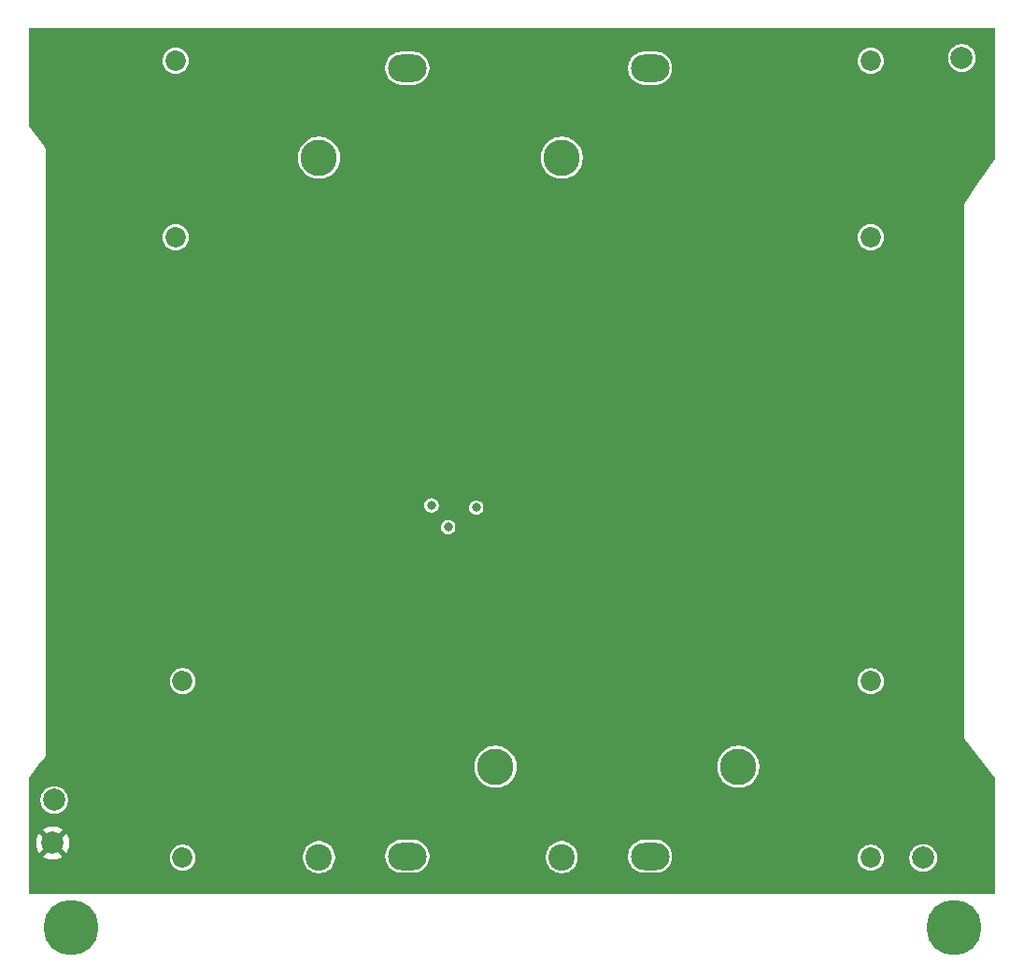
<source format=gbr>
%TF.GenerationSoftware,KiCad,Pcbnew,9.0.0*%
%TF.CreationDate,2025-03-28T16:48:43-07:00*%
%TF.ProjectId,battery_pack_v1,62617474-6572-4795-9f70-61636b5f7631,rev?*%
%TF.SameCoordinates,Original*%
%TF.FileFunction,Copper,L2,Inr*%
%TF.FilePolarity,Positive*%
%FSLAX46Y46*%
G04 Gerber Fmt 4.6, Leading zero omitted, Abs format (unit mm)*
G04 Created by KiCad (PCBNEW 9.0.0) date 2025-03-28 16:48:43*
%MOMM*%
%LPD*%
G01*
G04 APERTURE LIST*
%TA.AperFunction,ComponentPad*%
%ADD10C,5.000000*%
%TD*%
%TA.AperFunction,ComponentPad*%
%ADD11C,1.850000*%
%TD*%
%TA.AperFunction,ComponentPad*%
%ADD12C,2.000000*%
%TD*%
%TA.AperFunction,ComponentPad*%
%ADD13C,3.300000*%
%TD*%
%TA.AperFunction,ComponentPad*%
%ADD14C,2.400000*%
%TD*%
%TA.AperFunction,ComponentPad*%
%ADD15O,3.500000X2.500000*%
%TD*%
%TA.AperFunction,ViaPad*%
%ADD16C,0.800000*%
%TD*%
G04 APERTURE END LIST*
D10*
%TO.N,Chassis Ground*%
%TO.C,*%
X194500000Y-131530000D03*
%TD*%
D11*
%TO.N,*%
%TO.C,J4*%
X187000000Y-53000000D03*
X187000000Y-69000000D03*
%TD*%
D12*
%TO.N,B-*%
%TO.C,TP2*%
X113000000Y-120000000D03*
%TD*%
D11*
%TO.N,*%
%TO.C,J3*%
X124000000Y-53000000D03*
X124000000Y-69000000D03*
%TD*%
D12*
%TO.N,PACK+*%
%TO.C,TP5*%
X195250000Y-52750000D03*
%TD*%
D13*
%TO.N,*%
%TO.C,BT1*%
X137000000Y-61790000D03*
X153000000Y-116990000D03*
D14*
X137000000Y-125190000D03*
D15*
%TO.N,BM*%
X145000000Y-53670000D03*
%TO.N,B-*%
X145000000Y-125110000D03*
%TD*%
D13*
%TO.N,*%
%TO.C,BT2*%
X159000000Y-61790000D03*
X175000000Y-116990000D03*
D14*
X159000000Y-125190000D03*
D15*
%TO.N,PACK+*%
X167000000Y-53670000D03*
%TO.N,BM*%
X167000000Y-125110000D03*
%TD*%
D11*
%TO.N,*%
%TO.C,J2*%
X124641287Y-125250000D03*
X124641287Y-109250000D03*
%TD*%
D10*
%TO.N,Chassis Ground*%
%TO.C,*%
X114500000Y-131530000D03*
%TD*%
D12*
%TO.N,PACK-*%
%TO.C,TP4*%
X112860000Y-123900000D03*
%TD*%
%TO.N,BM*%
%TO.C,TP3*%
X191750000Y-125250000D03*
%TD*%
D11*
%TO.N,*%
%TO.C,J5*%
X187000000Y-125250000D03*
X187000000Y-109250000D03*
%TD*%
D16*
%TO.N,PACK-*%
X158000000Y-80700000D03*
X153600000Y-80400000D03*
X158200000Y-78200000D03*
X153800000Y-78300000D03*
X153600000Y-73900000D03*
X158200000Y-73700000D03*
X158100000Y-69300000D03*
X153600000Y-69100000D03*
X151200000Y-63700000D03*
X154600000Y-59800000D03*
X151070035Y-56949400D03*
X147000000Y-60000000D03*
X140200000Y-55800000D03*
X134600000Y-55900000D03*
X133300000Y-51300000D03*
X139800000Y-51400000D03*
X127720653Y-52632708D03*
X130100000Y-58800000D03*
X121900000Y-58800000D03*
X126700000Y-63900000D03*
X121400000Y-63700000D03*
X144600000Y-115200000D03*
X147500000Y-107900000D03*
X141800000Y-118900000D03*
X140000000Y-122400000D03*
X137000000Y-115500000D03*
X134800000Y-120000000D03*
X129800000Y-111500000D03*
X131300000Y-123000000D03*
X120200000Y-123300000D03*
X120700000Y-109400000D03*
X118300000Y-116900000D03*
X127300000Y-115600000D03*
X182700000Y-108700000D03*
X190900000Y-108600000D03*
X179000000Y-121700000D03*
X182900000Y-125000000D03*
X160800000Y-115900000D03*
X175132930Y-122786059D03*
X175000000Y-127200000D03*
X159200000Y-120700000D03*
X147800000Y-118000000D03*
X144500000Y-118000000D03*
X165500000Y-63400000D03*
X169300000Y-64000000D03*
X163700000Y-71500000D03*
X163800000Y-73400000D03*
X163700000Y-75200000D03*
X163700000Y-77600000D03*
X163700000Y-81700000D03*
X163700000Y-80200000D03*
X169600000Y-71700000D03*
X169300000Y-73500000D03*
X169700000Y-75900000D03*
X169500000Y-77600000D03*
X169300000Y-79500000D03*
X169400000Y-81600000D03*
X168300000Y-83100000D03*
X158700000Y-99000000D03*
X161300000Y-96400000D03*
X160100000Y-97800000D03*
X144500000Y-100700000D03*
X144500000Y-99600000D03*
X144500000Y-96700000D03*
X144500000Y-97700000D03*
X144500000Y-98600000D03*
X147900000Y-99400000D03*
X150200000Y-100000000D03*
X153200000Y-100100000D03*
X153300000Y-98200000D03*
X154400000Y-94250000D03*
X159925506Y-82625506D03*
X159375506Y-83175506D03*
X158725506Y-83825506D03*
X158075506Y-84475506D03*
%TO.N,/VDD*%
X147190097Y-93301507D03*
X148705560Y-95268460D03*
%TO.N,BM*%
X151250000Y-93500000D03*
%TD*%
%TA.AperFunction,Conductor*%
%TO.N,PACK-*%
G36*
X198241621Y-50020002D02*
G01*
X198288114Y-50073658D01*
X198299500Y-50126000D01*
X198299500Y-61837863D01*
X198279498Y-61905984D01*
X198275284Y-61912133D01*
X196868071Y-63840650D01*
X196868070Y-63840651D01*
X196858239Y-63854122D01*
X196853627Y-63857291D01*
X196834867Y-63886150D01*
X196832846Y-63888921D01*
X196832841Y-63888930D01*
X196814524Y-63914034D01*
X196812784Y-63917788D01*
X196804116Y-63933459D01*
X195550557Y-65862011D01*
X195550558Y-65862012D01*
X195543355Y-65873094D01*
X195530024Y-65886426D01*
X195521827Y-65906213D01*
X195515505Y-65915940D01*
X195515505Y-65915941D01*
X195510157Y-65924169D01*
X195510156Y-65924171D01*
X195509127Y-65929711D01*
X195501660Y-65954902D01*
X195499500Y-65960115D01*
X195499500Y-65969929D01*
X195497380Y-65992943D01*
X195495587Y-66002589D01*
X195495587Y-66002591D01*
X195496756Y-66008097D01*
X195499500Y-66034248D01*
X195499500Y-114387514D01*
X195496101Y-114414705D01*
X195499500Y-114427065D01*
X195499500Y-114439885D01*
X195506983Y-114457951D01*
X195512061Y-114472750D01*
X195517248Y-114491609D01*
X195517249Y-114491611D01*
X195517250Y-114491614D01*
X195517251Y-114491615D01*
X195521299Y-114499690D01*
X195525021Y-114506089D01*
X195530022Y-114513573D01*
X195543848Y-114527398D01*
X195554212Y-114539136D01*
X198271841Y-118033232D01*
X198272958Y-118034667D01*
X198298992Y-118100719D01*
X198299500Y-118112024D01*
X198299500Y-128374000D01*
X198279498Y-128442121D01*
X198225842Y-128488614D01*
X198173500Y-128500000D01*
X110826500Y-128500000D01*
X110758379Y-128479998D01*
X110711886Y-128426342D01*
X110700500Y-128374000D01*
X110700500Y-123781321D01*
X111352000Y-123781321D01*
X111352000Y-124018678D01*
X111389133Y-124253129D01*
X111462480Y-124478867D01*
X111570246Y-124690368D01*
X111629230Y-124771556D01*
X111629232Y-124771556D01*
X112375841Y-124024946D01*
X112394075Y-124092993D01*
X112459901Y-124207007D01*
X112552993Y-124300099D01*
X112667007Y-124365925D01*
X112735051Y-124384157D01*
X111988442Y-125130766D01*
X112069636Y-125189756D01*
X112069637Y-125189757D01*
X112281132Y-125297519D01*
X112506870Y-125370866D01*
X112741321Y-125408000D01*
X112978679Y-125408000D01*
X113213129Y-125370866D01*
X113438867Y-125297519D01*
X113650367Y-125189754D01*
X113695214Y-125157171D01*
X123461787Y-125157171D01*
X123461787Y-125342829D01*
X123490830Y-125526200D01*
X123490831Y-125526203D01*
X123548202Y-125702772D01*
X123632488Y-125868193D01*
X123741616Y-126018395D01*
X123872891Y-126149670D01*
X123872894Y-126149672D01*
X124023094Y-126258799D01*
X124188516Y-126343085D01*
X124365087Y-126400457D01*
X124548458Y-126429500D01*
X124548461Y-126429500D01*
X124734113Y-126429500D01*
X124734116Y-126429500D01*
X124917487Y-126400457D01*
X125094058Y-126343085D01*
X125259480Y-126258799D01*
X125409680Y-126149672D01*
X125540959Y-126018393D01*
X125650086Y-125868193D01*
X125734372Y-125702771D01*
X125791744Y-125526200D01*
X125820787Y-125342829D01*
X125820787Y-125157171D01*
X125807856Y-125075528D01*
X135545500Y-125075528D01*
X135545500Y-125304472D01*
X135581314Y-125530596D01*
X135581315Y-125530599D01*
X135637257Y-125702771D01*
X135652062Y-125748334D01*
X135756000Y-125952324D01*
X135890569Y-126137543D01*
X135890571Y-126137545D01*
X135890573Y-126137548D01*
X136052451Y-126299426D01*
X136052454Y-126299428D01*
X136052457Y-126299431D01*
X136237676Y-126434000D01*
X136441666Y-126537938D01*
X136659404Y-126608686D01*
X136885528Y-126644500D01*
X136885531Y-126644500D01*
X137114469Y-126644500D01*
X137114472Y-126644500D01*
X137340596Y-126608686D01*
X137558334Y-126537938D01*
X137762324Y-126434000D01*
X137947543Y-126299431D01*
X138109431Y-126137543D01*
X138244000Y-125952324D01*
X138347938Y-125748334D01*
X138418686Y-125530596D01*
X138454500Y-125304472D01*
X138454500Y-125075528D01*
X138441206Y-124991593D01*
X142995500Y-124991593D01*
X142995500Y-125228407D01*
X143023945Y-125408000D01*
X143032547Y-125462310D01*
X143105723Y-125687522D01*
X143105725Y-125687527D01*
X143128162Y-125731562D01*
X143213238Y-125898533D01*
X143352433Y-126090118D01*
X143519881Y-126257566D01*
X143519884Y-126257568D01*
X143711470Y-126396764D01*
X143922473Y-126504275D01*
X144147695Y-126577454D01*
X144381593Y-126614500D01*
X144381596Y-126614500D01*
X145618404Y-126614500D01*
X145618407Y-126614500D01*
X145852305Y-126577454D01*
X146077527Y-126504275D01*
X146288530Y-126396764D01*
X146480116Y-126257568D01*
X146647568Y-126090116D01*
X146786764Y-125898530D01*
X146894275Y-125687527D01*
X146967454Y-125462305D01*
X147004500Y-125228407D01*
X147004500Y-125075528D01*
X157545500Y-125075528D01*
X157545500Y-125304472D01*
X157581314Y-125530596D01*
X157581315Y-125530599D01*
X157637257Y-125702771D01*
X157652062Y-125748334D01*
X157756000Y-125952324D01*
X157890569Y-126137543D01*
X157890571Y-126137545D01*
X157890573Y-126137548D01*
X158052451Y-126299426D01*
X158052454Y-126299428D01*
X158052457Y-126299431D01*
X158237676Y-126434000D01*
X158441666Y-126537938D01*
X158659404Y-126608686D01*
X158885528Y-126644500D01*
X158885531Y-126644500D01*
X159114469Y-126644500D01*
X159114472Y-126644500D01*
X159340596Y-126608686D01*
X159558334Y-126537938D01*
X159762324Y-126434000D01*
X159947543Y-126299431D01*
X160109431Y-126137543D01*
X160244000Y-125952324D01*
X160347938Y-125748334D01*
X160418686Y-125530596D01*
X160454500Y-125304472D01*
X160454500Y-125075528D01*
X160441206Y-124991593D01*
X164995500Y-124991593D01*
X164995500Y-125228407D01*
X165023945Y-125408000D01*
X165032547Y-125462310D01*
X165105723Y-125687522D01*
X165105725Y-125687527D01*
X165128162Y-125731562D01*
X165213238Y-125898533D01*
X165352433Y-126090118D01*
X165519881Y-126257566D01*
X165519884Y-126257568D01*
X165711470Y-126396764D01*
X165922473Y-126504275D01*
X166147695Y-126577454D01*
X166381593Y-126614500D01*
X166381596Y-126614500D01*
X167618404Y-126614500D01*
X167618407Y-126614500D01*
X167852305Y-126577454D01*
X168077527Y-126504275D01*
X168288530Y-126396764D01*
X168480116Y-126257568D01*
X168647568Y-126090116D01*
X168786764Y-125898530D01*
X168894275Y-125687527D01*
X168967454Y-125462305D01*
X169004500Y-125228407D01*
X169004500Y-125157171D01*
X185820500Y-125157171D01*
X185820500Y-125342829D01*
X185849543Y-125526200D01*
X185849544Y-125526203D01*
X185906915Y-125702772D01*
X185991201Y-125868193D01*
X186100329Y-126018395D01*
X186231604Y-126149670D01*
X186231607Y-126149672D01*
X186381807Y-126258799D01*
X186547229Y-126343085D01*
X186723800Y-126400457D01*
X186907171Y-126429500D01*
X186907174Y-126429500D01*
X187092826Y-126429500D01*
X187092829Y-126429500D01*
X187276200Y-126400457D01*
X187452771Y-126343085D01*
X187618193Y-126258799D01*
X187768393Y-126149672D01*
X187899672Y-126018393D01*
X188008799Y-125868193D01*
X188093085Y-125702771D01*
X188150457Y-125526200D01*
X188179500Y-125342829D01*
X188179500Y-125157171D01*
X188178565Y-125151269D01*
X190495500Y-125151269D01*
X190495500Y-125348731D01*
X190523609Y-125526203D01*
X190526391Y-125543768D01*
X190578055Y-125702772D01*
X190587409Y-125731561D01*
X190677056Y-125907501D01*
X190793121Y-126067252D01*
X190793123Y-126067254D01*
X190793125Y-126067257D01*
X190932742Y-126206874D01*
X190932745Y-126206876D01*
X190932748Y-126206879D01*
X191092499Y-126322944D01*
X191268439Y-126412591D01*
X191456237Y-126473610D01*
X191651269Y-126504500D01*
X191651272Y-126504500D01*
X191848728Y-126504500D01*
X191848731Y-126504500D01*
X192043763Y-126473610D01*
X192231561Y-126412591D01*
X192407501Y-126322944D01*
X192567252Y-126206879D01*
X192706879Y-126067252D01*
X192822944Y-125907501D01*
X192912591Y-125731561D01*
X192973610Y-125543763D01*
X193004500Y-125348731D01*
X193004500Y-125151269D01*
X192973610Y-124956237D01*
X192912591Y-124768439D01*
X192822944Y-124592499D01*
X192706879Y-124432748D01*
X192706876Y-124432745D01*
X192706874Y-124432742D01*
X192567257Y-124293125D01*
X192567254Y-124293123D01*
X192567252Y-124293121D01*
X192407501Y-124177056D01*
X192231561Y-124087409D01*
X192231558Y-124087408D01*
X192231556Y-124087407D01*
X192043768Y-124026391D01*
X192043764Y-124026390D01*
X192043763Y-124026390D01*
X191848731Y-123995500D01*
X191651269Y-123995500D01*
X191456237Y-124026390D01*
X191456231Y-124026391D01*
X191268443Y-124087407D01*
X191268437Y-124087410D01*
X191092495Y-124177058D01*
X190932745Y-124293123D01*
X190932742Y-124293125D01*
X190793125Y-124432742D01*
X190793123Y-124432745D01*
X190677058Y-124592495D01*
X190587410Y-124768437D01*
X190587407Y-124768443D01*
X190526391Y-124956231D01*
X190526390Y-124956236D01*
X190526390Y-124956237D01*
X190495500Y-125151269D01*
X188178565Y-125151269D01*
X188150457Y-124973800D01*
X188093085Y-124797229D01*
X188008799Y-124631807D01*
X187899672Y-124481607D01*
X187899670Y-124481604D01*
X187768395Y-124350329D01*
X187618193Y-124241201D01*
X187452772Y-124156915D01*
X187276203Y-124099544D01*
X187276200Y-124099543D01*
X187092829Y-124070500D01*
X186907171Y-124070500D01*
X186723800Y-124099543D01*
X186723797Y-124099543D01*
X186723796Y-124099544D01*
X186547227Y-124156915D01*
X186381806Y-124241201D01*
X186231604Y-124350329D01*
X186100329Y-124481604D01*
X185991201Y-124631806D01*
X185906915Y-124797227D01*
X185849544Y-124973796D01*
X185849543Y-124973800D01*
X185820500Y-125157171D01*
X169004500Y-125157171D01*
X169004500Y-124991593D01*
X168967454Y-124757695D01*
X168894275Y-124532473D01*
X168786764Y-124321470D01*
X168647568Y-124129884D01*
X168647566Y-124129881D01*
X168480118Y-123962433D01*
X168288533Y-123823238D01*
X168288532Y-123823237D01*
X168288530Y-123823236D01*
X168077527Y-123715725D01*
X168077524Y-123715724D01*
X168077522Y-123715723D01*
X167852310Y-123642547D01*
X167852306Y-123642546D01*
X167852305Y-123642546D01*
X167618407Y-123605500D01*
X166381593Y-123605500D01*
X166147695Y-123642546D01*
X166147689Y-123642547D01*
X165922477Y-123715723D01*
X165922471Y-123715726D01*
X165711466Y-123823238D01*
X165519881Y-123962433D01*
X165352433Y-124129881D01*
X165213238Y-124321466D01*
X165105726Y-124532471D01*
X165105723Y-124532477D01*
X165032547Y-124757689D01*
X165032546Y-124757694D01*
X165032546Y-124757695D01*
X164995500Y-124991593D01*
X160441206Y-124991593D01*
X160418686Y-124849404D01*
X160347938Y-124631666D01*
X160244000Y-124427676D01*
X160109431Y-124242457D01*
X160109428Y-124242454D01*
X160109426Y-124242451D01*
X159947548Y-124080573D01*
X159947545Y-124080571D01*
X159947543Y-124080569D01*
X159762324Y-123946000D01*
X159558334Y-123842062D01*
X159558333Y-123842061D01*
X159558332Y-123842061D01*
X159340599Y-123771315D01*
X159340596Y-123771314D01*
X159114472Y-123735500D01*
X158885528Y-123735500D01*
X158659404Y-123771314D01*
X158659401Y-123771314D01*
X158659400Y-123771315D01*
X158441667Y-123842061D01*
X158237672Y-123946002D01*
X158052454Y-124080571D01*
X158052451Y-124080573D01*
X157890573Y-124242451D01*
X157890571Y-124242454D01*
X157756002Y-124427672D01*
X157652061Y-124631667D01*
X157581315Y-124849400D01*
X157581314Y-124849404D01*
X157545500Y-125075528D01*
X147004500Y-125075528D01*
X147004500Y-124991593D01*
X146967454Y-124757695D01*
X146894275Y-124532473D01*
X146786764Y-124321470D01*
X146647568Y-124129884D01*
X146647566Y-124129881D01*
X146480118Y-123962433D01*
X146288533Y-123823238D01*
X146288532Y-123823237D01*
X146288530Y-123823236D01*
X146077527Y-123715725D01*
X146077524Y-123715724D01*
X146077522Y-123715723D01*
X145852310Y-123642547D01*
X145852306Y-123642546D01*
X145852305Y-123642546D01*
X145618407Y-123605500D01*
X144381593Y-123605500D01*
X144147695Y-123642546D01*
X144147689Y-123642547D01*
X143922477Y-123715723D01*
X143922471Y-123715726D01*
X143711466Y-123823238D01*
X143519881Y-123962433D01*
X143352433Y-124129881D01*
X143213238Y-124321466D01*
X143105726Y-124532471D01*
X143105723Y-124532477D01*
X143032547Y-124757689D01*
X143032546Y-124757694D01*
X143032546Y-124757695D01*
X142995500Y-124991593D01*
X138441206Y-124991593D01*
X138418686Y-124849404D01*
X138347938Y-124631666D01*
X138244000Y-124427676D01*
X138109431Y-124242457D01*
X138109428Y-124242454D01*
X138109426Y-124242451D01*
X137947548Y-124080573D01*
X137947545Y-124080571D01*
X137947543Y-124080569D01*
X137762324Y-123946000D01*
X137558334Y-123842062D01*
X137558333Y-123842061D01*
X137558332Y-123842061D01*
X137340599Y-123771315D01*
X137340596Y-123771314D01*
X137114472Y-123735500D01*
X136885528Y-123735500D01*
X136659404Y-123771314D01*
X136659401Y-123771314D01*
X136659400Y-123771315D01*
X136441667Y-123842061D01*
X136237672Y-123946002D01*
X136052454Y-124080571D01*
X136052451Y-124080573D01*
X135890573Y-124242451D01*
X135890571Y-124242454D01*
X135756002Y-124427672D01*
X135652061Y-124631667D01*
X135581315Y-124849400D01*
X135581314Y-124849404D01*
X135545500Y-125075528D01*
X125807856Y-125075528D01*
X125791744Y-124973800D01*
X125734372Y-124797229D01*
X125650086Y-124631807D01*
X125540959Y-124481607D01*
X125540957Y-124481604D01*
X125409682Y-124350329D01*
X125259480Y-124241201D01*
X125094059Y-124156915D01*
X124917490Y-124099544D01*
X124917487Y-124099543D01*
X124734116Y-124070500D01*
X124548458Y-124070500D01*
X124365087Y-124099543D01*
X124365084Y-124099543D01*
X124365083Y-124099544D01*
X124188514Y-124156915D01*
X124023093Y-124241201D01*
X123872891Y-124350329D01*
X123741616Y-124481604D01*
X123632488Y-124631806D01*
X123548202Y-124797227D01*
X123490831Y-124973796D01*
X123490830Y-124973800D01*
X123461787Y-125157171D01*
X113695214Y-125157171D01*
X113731556Y-125130767D01*
X113731556Y-125130765D01*
X112984948Y-124384157D01*
X113052993Y-124365925D01*
X113167007Y-124300099D01*
X113260099Y-124207007D01*
X113325925Y-124092993D01*
X113344157Y-124024948D01*
X114090765Y-124771556D01*
X114090767Y-124771556D01*
X114149754Y-124690367D01*
X114257519Y-124478867D01*
X114330866Y-124253129D01*
X114368000Y-124018678D01*
X114368000Y-123781321D01*
X114330866Y-123546870D01*
X114257519Y-123321132D01*
X114149757Y-123109637D01*
X114149756Y-123109636D01*
X114090766Y-123028442D01*
X113344157Y-123775051D01*
X113325925Y-123707007D01*
X113260099Y-123592993D01*
X113167007Y-123499901D01*
X113052993Y-123434075D01*
X112984946Y-123415841D01*
X113731556Y-122669232D01*
X113731556Y-122669230D01*
X113650368Y-122610246D01*
X113438867Y-122502480D01*
X113213129Y-122429133D01*
X112978679Y-122392000D01*
X112741321Y-122392000D01*
X112506870Y-122429133D01*
X112281132Y-122502480D01*
X112069634Y-122610243D01*
X111988442Y-122669231D01*
X112735052Y-123415841D01*
X112667007Y-123434075D01*
X112552993Y-123499901D01*
X112459901Y-123592993D01*
X112394075Y-123707007D01*
X112375841Y-123775052D01*
X111629231Y-123028442D01*
X111570243Y-123109634D01*
X111462480Y-123321132D01*
X111389133Y-123546870D01*
X111352000Y-123781321D01*
X110700500Y-123781321D01*
X110700500Y-119901269D01*
X111745500Y-119901269D01*
X111745500Y-120098731D01*
X111776390Y-120293763D01*
X111776391Y-120293768D01*
X111837407Y-120481556D01*
X111837409Y-120481561D01*
X111927056Y-120657501D01*
X112043121Y-120817252D01*
X112043123Y-120817254D01*
X112043125Y-120817257D01*
X112182742Y-120956874D01*
X112182745Y-120956876D01*
X112182748Y-120956879D01*
X112342499Y-121072944D01*
X112518439Y-121162591D01*
X112706237Y-121223610D01*
X112901269Y-121254500D01*
X112901272Y-121254500D01*
X113098728Y-121254500D01*
X113098731Y-121254500D01*
X113293763Y-121223610D01*
X113481561Y-121162591D01*
X113657501Y-121072944D01*
X113817252Y-120956879D01*
X113956879Y-120817252D01*
X114072944Y-120657501D01*
X114162591Y-120481561D01*
X114223610Y-120293763D01*
X114254500Y-120098731D01*
X114254500Y-119901269D01*
X114223610Y-119706237D01*
X114162591Y-119518439D01*
X114072944Y-119342499D01*
X113956879Y-119182748D01*
X113956876Y-119182745D01*
X113956874Y-119182742D01*
X113817257Y-119043125D01*
X113817254Y-119043123D01*
X113817252Y-119043121D01*
X113657501Y-118927056D01*
X113481561Y-118837409D01*
X113481558Y-118837408D01*
X113481556Y-118837407D01*
X113293768Y-118776391D01*
X113293764Y-118776390D01*
X113293763Y-118776390D01*
X113098731Y-118745500D01*
X112901269Y-118745500D01*
X112706237Y-118776390D01*
X112706231Y-118776391D01*
X112518443Y-118837407D01*
X112518437Y-118837410D01*
X112342495Y-118927058D01*
X112182745Y-119043123D01*
X112182742Y-119043125D01*
X112043125Y-119182742D01*
X112043123Y-119182745D01*
X111927058Y-119342495D01*
X111837410Y-119518437D01*
X111837407Y-119518443D01*
X111776391Y-119706231D01*
X111776390Y-119706236D01*
X111776390Y-119706237D01*
X111745500Y-119901269D01*
X110700500Y-119901269D01*
X110700500Y-118108832D01*
X110720502Y-118040711D01*
X110725690Y-118033245D01*
X111601746Y-116865170D01*
X151095500Y-116865170D01*
X151095500Y-117114829D01*
X151128085Y-117362339D01*
X151128086Y-117362345D01*
X151128087Y-117362347D01*
X151192702Y-117603495D01*
X151288241Y-117834146D01*
X151288242Y-117834147D01*
X151288247Y-117834157D01*
X151413071Y-118050359D01*
X151565044Y-118248412D01*
X151565063Y-118248433D01*
X151741566Y-118424936D01*
X151741576Y-118424945D01*
X151741582Y-118424951D01*
X151741585Y-118424953D01*
X151741587Y-118424955D01*
X151939640Y-118576928D01*
X152126881Y-118685031D01*
X152155854Y-118701759D01*
X152386505Y-118797298D01*
X152627653Y-118861913D01*
X152627659Y-118861913D01*
X152627660Y-118861914D01*
X152656059Y-118865652D01*
X152875173Y-118894500D01*
X152875180Y-118894500D01*
X153124820Y-118894500D01*
X153124827Y-118894500D01*
X153372347Y-118861913D01*
X153613495Y-118797298D01*
X153844146Y-118701759D01*
X154060354Y-118576931D01*
X154060354Y-118576930D01*
X154060359Y-118576928D01*
X154175379Y-118488668D01*
X154258418Y-118424951D01*
X154434951Y-118248418D01*
X154539610Y-118112024D01*
X154586928Y-118050359D01*
X154608795Y-118012485D01*
X154711759Y-117834146D01*
X154807298Y-117603495D01*
X154871913Y-117362347D01*
X154904500Y-117114827D01*
X154904500Y-116865173D01*
X154904500Y-116865170D01*
X173095500Y-116865170D01*
X173095500Y-117114829D01*
X173128085Y-117362339D01*
X173128086Y-117362345D01*
X173128087Y-117362347D01*
X173192702Y-117603495D01*
X173288241Y-117834146D01*
X173288242Y-117834147D01*
X173288247Y-117834157D01*
X173413071Y-118050359D01*
X173565044Y-118248412D01*
X173565063Y-118248433D01*
X173741566Y-118424936D01*
X173741576Y-118424945D01*
X173741582Y-118424951D01*
X173741585Y-118424953D01*
X173741587Y-118424955D01*
X173939640Y-118576928D01*
X174126881Y-118685031D01*
X174155854Y-118701759D01*
X174386505Y-118797298D01*
X174627653Y-118861913D01*
X174627659Y-118861913D01*
X174627660Y-118861914D01*
X174656059Y-118865652D01*
X174875173Y-118894500D01*
X174875180Y-118894500D01*
X175124820Y-118894500D01*
X175124827Y-118894500D01*
X175372347Y-118861913D01*
X175613495Y-118797298D01*
X175844146Y-118701759D01*
X176060354Y-118576931D01*
X176060354Y-118576930D01*
X176060359Y-118576928D01*
X176175379Y-118488668D01*
X176258418Y-118424951D01*
X176434951Y-118248418D01*
X176539610Y-118112024D01*
X176586928Y-118050359D01*
X176608795Y-118012485D01*
X176711759Y-117834146D01*
X176807298Y-117603495D01*
X176871913Y-117362347D01*
X176904500Y-117114827D01*
X176904500Y-116865173D01*
X176871913Y-116617653D01*
X176807298Y-116376505D01*
X176711759Y-116145854D01*
X176619323Y-115985750D01*
X176586928Y-115929640D01*
X176434955Y-115731587D01*
X176434953Y-115731585D01*
X176434951Y-115731582D01*
X176434945Y-115731576D01*
X176434936Y-115731566D01*
X176258433Y-115555063D01*
X176258412Y-115555044D01*
X176060359Y-115403071D01*
X175844157Y-115278247D01*
X175844152Y-115278244D01*
X175844146Y-115278241D01*
X175613495Y-115182702D01*
X175372347Y-115118087D01*
X175372345Y-115118086D01*
X175372339Y-115118085D01*
X175124829Y-115085500D01*
X175124827Y-115085500D01*
X174875173Y-115085500D01*
X174875170Y-115085500D01*
X174627660Y-115118085D01*
X174386505Y-115182702D01*
X174155852Y-115278242D01*
X174155842Y-115278247D01*
X173939640Y-115403071D01*
X173741587Y-115555044D01*
X173741566Y-115555063D01*
X173565063Y-115731566D01*
X173565044Y-115731587D01*
X173413071Y-115929640D01*
X173288247Y-116145842D01*
X173288242Y-116145852D01*
X173192702Y-116376505D01*
X173128085Y-116617660D01*
X173095500Y-116865170D01*
X154904500Y-116865170D01*
X154871913Y-116617653D01*
X154807298Y-116376505D01*
X154711759Y-116145854D01*
X154619323Y-115985750D01*
X154586928Y-115929640D01*
X154434955Y-115731587D01*
X154434953Y-115731585D01*
X154434951Y-115731582D01*
X154434945Y-115731576D01*
X154434936Y-115731566D01*
X154258433Y-115555063D01*
X154258412Y-115555044D01*
X154060359Y-115403071D01*
X153844157Y-115278247D01*
X153844152Y-115278244D01*
X153844146Y-115278241D01*
X153613495Y-115182702D01*
X153372347Y-115118087D01*
X153372345Y-115118086D01*
X153372339Y-115118085D01*
X153124829Y-115085500D01*
X153124827Y-115085500D01*
X152875173Y-115085500D01*
X152875170Y-115085500D01*
X152627660Y-115118085D01*
X152386505Y-115182702D01*
X152155852Y-115278242D01*
X152155842Y-115278247D01*
X151939640Y-115403071D01*
X151741587Y-115555044D01*
X151741566Y-115555063D01*
X151565063Y-115731566D01*
X151565044Y-115731587D01*
X151413071Y-115929640D01*
X151288247Y-116145842D01*
X151288242Y-116145852D01*
X151192702Y-116376505D01*
X151128085Y-116617660D01*
X151095500Y-116865170D01*
X111601746Y-116865170D01*
X112151848Y-116131701D01*
X112169976Y-116113574D01*
X112175566Y-116100077D01*
X112184329Y-116088394D01*
X112188468Y-116072237D01*
X112194112Y-116055302D01*
X112200500Y-116039882D01*
X112200500Y-116025275D01*
X112204125Y-116011126D01*
X112200500Y-115985750D01*
X112200500Y-109157171D01*
X123461787Y-109157171D01*
X123461787Y-109342829D01*
X123490830Y-109526200D01*
X123490831Y-109526203D01*
X123548202Y-109702772D01*
X123632488Y-109868193D01*
X123741616Y-110018395D01*
X123872891Y-110149670D01*
X123872894Y-110149672D01*
X124023094Y-110258799D01*
X124188516Y-110343085D01*
X124365087Y-110400457D01*
X124548458Y-110429500D01*
X124548461Y-110429500D01*
X124734113Y-110429500D01*
X124734116Y-110429500D01*
X124917487Y-110400457D01*
X125094058Y-110343085D01*
X125259480Y-110258799D01*
X125409680Y-110149672D01*
X125540959Y-110018393D01*
X125650086Y-109868193D01*
X125734372Y-109702771D01*
X125791744Y-109526200D01*
X125820787Y-109342829D01*
X125820787Y-109157171D01*
X185820500Y-109157171D01*
X185820500Y-109342829D01*
X185849543Y-109526200D01*
X185849544Y-109526203D01*
X185906915Y-109702772D01*
X185991201Y-109868193D01*
X186100329Y-110018395D01*
X186231604Y-110149670D01*
X186231607Y-110149672D01*
X186381807Y-110258799D01*
X186547229Y-110343085D01*
X186723800Y-110400457D01*
X186907171Y-110429500D01*
X186907174Y-110429500D01*
X187092826Y-110429500D01*
X187092829Y-110429500D01*
X187276200Y-110400457D01*
X187452771Y-110343085D01*
X187618193Y-110258799D01*
X187768393Y-110149672D01*
X187899672Y-110018393D01*
X188008799Y-109868193D01*
X188093085Y-109702771D01*
X188150457Y-109526200D01*
X188179500Y-109342829D01*
X188179500Y-109157171D01*
X188150457Y-108973800D01*
X188093085Y-108797229D01*
X188008799Y-108631807D01*
X187899672Y-108481607D01*
X187899670Y-108481604D01*
X187768395Y-108350329D01*
X187618193Y-108241201D01*
X187452772Y-108156915D01*
X187276203Y-108099544D01*
X187276200Y-108099543D01*
X187092829Y-108070500D01*
X186907171Y-108070500D01*
X186723800Y-108099543D01*
X186723797Y-108099543D01*
X186723796Y-108099544D01*
X186547227Y-108156915D01*
X186381806Y-108241201D01*
X186231604Y-108350329D01*
X186100329Y-108481604D01*
X185991201Y-108631806D01*
X185906915Y-108797227D01*
X185849544Y-108973796D01*
X185849543Y-108973800D01*
X185820500Y-109157171D01*
X125820787Y-109157171D01*
X125791744Y-108973800D01*
X125734372Y-108797229D01*
X125650086Y-108631807D01*
X125540959Y-108481607D01*
X125540957Y-108481604D01*
X125409682Y-108350329D01*
X125259480Y-108241201D01*
X125094059Y-108156915D01*
X124917490Y-108099544D01*
X124917487Y-108099543D01*
X124734116Y-108070500D01*
X124548458Y-108070500D01*
X124365087Y-108099543D01*
X124365084Y-108099543D01*
X124365083Y-108099544D01*
X124188514Y-108156915D01*
X124023093Y-108241201D01*
X123872891Y-108350329D01*
X123741616Y-108481604D01*
X123632488Y-108631806D01*
X123548202Y-108797227D01*
X123490831Y-108973796D01*
X123490830Y-108973800D01*
X123461787Y-109157171D01*
X112200500Y-109157171D01*
X112200500Y-95203994D01*
X148051060Y-95203994D01*
X148051060Y-95203997D01*
X148051060Y-95332923D01*
X148076212Y-95459371D01*
X148125549Y-95578482D01*
X148173409Y-95650109D01*
X148197176Y-95685679D01*
X148197181Y-95685685D01*
X148288334Y-95776838D01*
X148288340Y-95776843D01*
X148395538Y-95848471D01*
X148514649Y-95897808D01*
X148641097Y-95922960D01*
X148641098Y-95922960D01*
X148770022Y-95922960D01*
X148770023Y-95922960D01*
X148896471Y-95897808D01*
X149015582Y-95848471D01*
X149122780Y-95776843D01*
X149213943Y-95685680D01*
X149285571Y-95578482D01*
X149334908Y-95459371D01*
X149360060Y-95332923D01*
X149360060Y-95203997D01*
X149334908Y-95077549D01*
X149285571Y-94958438D01*
X149213943Y-94851240D01*
X149213938Y-94851234D01*
X149122785Y-94760081D01*
X149122779Y-94760076D01*
X149087209Y-94736309D01*
X149015582Y-94688449D01*
X148896471Y-94639112D01*
X148770025Y-94613960D01*
X148770023Y-94613960D01*
X148641097Y-94613960D01*
X148641094Y-94613960D01*
X148514648Y-94639112D01*
X148514643Y-94639114D01*
X148395538Y-94688449D01*
X148288340Y-94760076D01*
X148288334Y-94760081D01*
X148197181Y-94851234D01*
X148197176Y-94851240D01*
X148125549Y-94958438D01*
X148076214Y-95077543D01*
X148076212Y-95077548D01*
X148051060Y-95203994D01*
X112200500Y-95203994D01*
X112200500Y-93237041D01*
X146535597Y-93237041D01*
X146535597Y-93237044D01*
X146535597Y-93365970D01*
X146560749Y-93492418D01*
X146610086Y-93611529D01*
X146657946Y-93683156D01*
X146681713Y-93718726D01*
X146681718Y-93718732D01*
X146772871Y-93809885D01*
X146772877Y-93809890D01*
X146880075Y-93881518D01*
X146999186Y-93930855D01*
X147125634Y-93956007D01*
X147125635Y-93956007D01*
X147254559Y-93956007D01*
X147254560Y-93956007D01*
X147381008Y-93930855D01*
X147500119Y-93881518D01*
X147607317Y-93809890D01*
X147698480Y-93718727D01*
X147770108Y-93611529D01*
X147819445Y-93492418D01*
X147830760Y-93435534D01*
X150595500Y-93435534D01*
X150595500Y-93435537D01*
X150595500Y-93564463D01*
X150620652Y-93690911D01*
X150669989Y-93810022D01*
X150717761Y-93881517D01*
X150741616Y-93917219D01*
X150741621Y-93917225D01*
X150832774Y-94008378D01*
X150832780Y-94008383D01*
X150939978Y-94080011D01*
X151059089Y-94129348D01*
X151185537Y-94154500D01*
X151185538Y-94154500D01*
X151314462Y-94154500D01*
X151314463Y-94154500D01*
X151440911Y-94129348D01*
X151560022Y-94080011D01*
X151667220Y-94008383D01*
X151758383Y-93917220D01*
X151830011Y-93810022D01*
X151879348Y-93690911D01*
X151904500Y-93564463D01*
X151904500Y-93435537D01*
X151879348Y-93309089D01*
X151830011Y-93189978D01*
X151758383Y-93082780D01*
X151758378Y-93082774D01*
X151667225Y-92991621D01*
X151667219Y-92991616D01*
X151631649Y-92967849D01*
X151560022Y-92919989D01*
X151440911Y-92870652D01*
X151314465Y-92845500D01*
X151314463Y-92845500D01*
X151185537Y-92845500D01*
X151185534Y-92845500D01*
X151059088Y-92870652D01*
X151059083Y-92870654D01*
X150939978Y-92919989D01*
X150832780Y-92991616D01*
X150832774Y-92991621D01*
X150741621Y-93082774D01*
X150741616Y-93082780D01*
X150669989Y-93189978D01*
X150620654Y-93309083D01*
X150620652Y-93309088D01*
X150595500Y-93435534D01*
X147830760Y-93435534D01*
X147844597Y-93365970D01*
X147844597Y-93237044D01*
X147819445Y-93110596D01*
X147770108Y-92991485D01*
X147698480Y-92884287D01*
X147698475Y-92884281D01*
X147607322Y-92793128D01*
X147607316Y-92793123D01*
X147571746Y-92769356D01*
X147500119Y-92721496D01*
X147381008Y-92672159D01*
X147254562Y-92647007D01*
X147254560Y-92647007D01*
X147125634Y-92647007D01*
X147125631Y-92647007D01*
X146999185Y-92672159D01*
X146999180Y-92672161D01*
X146880075Y-92721496D01*
X146772877Y-92793123D01*
X146772871Y-92793128D01*
X146681718Y-92884281D01*
X146681713Y-92884287D01*
X146610086Y-92991485D01*
X146560751Y-93110590D01*
X146560749Y-93110595D01*
X146535597Y-93237041D01*
X112200500Y-93237041D01*
X112200500Y-68907171D01*
X122820500Y-68907171D01*
X122820500Y-69092829D01*
X122849543Y-69276200D01*
X122849544Y-69276203D01*
X122906915Y-69452772D01*
X122991201Y-69618193D01*
X123100329Y-69768395D01*
X123231604Y-69899670D01*
X123231607Y-69899672D01*
X123381807Y-70008799D01*
X123547229Y-70093085D01*
X123723800Y-70150457D01*
X123907171Y-70179500D01*
X123907174Y-70179500D01*
X124092826Y-70179500D01*
X124092829Y-70179500D01*
X124276200Y-70150457D01*
X124452771Y-70093085D01*
X124618193Y-70008799D01*
X124768393Y-69899672D01*
X124899672Y-69768393D01*
X125008799Y-69618193D01*
X125093085Y-69452771D01*
X125150457Y-69276200D01*
X125179500Y-69092829D01*
X125179500Y-68907171D01*
X185820500Y-68907171D01*
X185820500Y-69092829D01*
X185849543Y-69276200D01*
X185849544Y-69276203D01*
X185906915Y-69452772D01*
X185991201Y-69618193D01*
X186100329Y-69768395D01*
X186231604Y-69899670D01*
X186231607Y-69899672D01*
X186381807Y-70008799D01*
X186547229Y-70093085D01*
X186723800Y-70150457D01*
X186907171Y-70179500D01*
X186907174Y-70179500D01*
X187092826Y-70179500D01*
X187092829Y-70179500D01*
X187276200Y-70150457D01*
X187452771Y-70093085D01*
X187618193Y-70008799D01*
X187768393Y-69899672D01*
X187899672Y-69768393D01*
X188008799Y-69618193D01*
X188093085Y-69452771D01*
X188150457Y-69276200D01*
X188179500Y-69092829D01*
X188179500Y-68907171D01*
X188150457Y-68723800D01*
X188093085Y-68547229D01*
X188008799Y-68381807D01*
X187899672Y-68231607D01*
X187899670Y-68231604D01*
X187768395Y-68100329D01*
X187618193Y-67991201D01*
X187452772Y-67906915D01*
X187276203Y-67849544D01*
X187276200Y-67849543D01*
X187092829Y-67820500D01*
X186907171Y-67820500D01*
X186723800Y-67849543D01*
X186723797Y-67849543D01*
X186723796Y-67849544D01*
X186547227Y-67906915D01*
X186381806Y-67991201D01*
X186231604Y-68100329D01*
X186100329Y-68231604D01*
X185991201Y-68381806D01*
X185906915Y-68547227D01*
X185849544Y-68723796D01*
X185849543Y-68723800D01*
X185820500Y-68907171D01*
X125179500Y-68907171D01*
X125150457Y-68723800D01*
X125093085Y-68547229D01*
X125008799Y-68381807D01*
X124899672Y-68231607D01*
X124899670Y-68231604D01*
X124768395Y-68100329D01*
X124618193Y-67991201D01*
X124452772Y-67906915D01*
X124276203Y-67849544D01*
X124276200Y-67849543D01*
X124092829Y-67820500D01*
X123907171Y-67820500D01*
X123723800Y-67849543D01*
X123723797Y-67849543D01*
X123723796Y-67849544D01*
X123547227Y-67906915D01*
X123381806Y-67991201D01*
X123231604Y-68100329D01*
X123100329Y-68231604D01*
X122991201Y-68381806D01*
X122906915Y-68547227D01*
X122849544Y-68723796D01*
X122849543Y-68723800D01*
X122820500Y-68907171D01*
X112200500Y-68907171D01*
X112200500Y-61665170D01*
X135095500Y-61665170D01*
X135095500Y-61914829D01*
X135128085Y-62162339D01*
X135128086Y-62162345D01*
X135128087Y-62162347D01*
X135192702Y-62403495D01*
X135288241Y-62634146D01*
X135288242Y-62634147D01*
X135288247Y-62634157D01*
X135413071Y-62850359D01*
X135565044Y-63048412D01*
X135565063Y-63048433D01*
X135741566Y-63224936D01*
X135741576Y-63224945D01*
X135741582Y-63224951D01*
X135741585Y-63224953D01*
X135741587Y-63224955D01*
X135939640Y-63376928D01*
X136126881Y-63485031D01*
X136155854Y-63501759D01*
X136386505Y-63597298D01*
X136627653Y-63661913D01*
X136627659Y-63661913D01*
X136627660Y-63661914D01*
X136656059Y-63665652D01*
X136875173Y-63694500D01*
X136875180Y-63694500D01*
X137124820Y-63694500D01*
X137124827Y-63694500D01*
X137372347Y-63661913D01*
X137613495Y-63597298D01*
X137844146Y-63501759D01*
X138060354Y-63376931D01*
X138060354Y-63376930D01*
X138060359Y-63376928D01*
X138175379Y-63288668D01*
X138258418Y-63224951D01*
X138434951Y-63048418D01*
X138498668Y-62965379D01*
X138586928Y-62850359D01*
X138586931Y-62850354D01*
X138711759Y-62634146D01*
X138807298Y-62403495D01*
X138871913Y-62162347D01*
X138904500Y-61914827D01*
X138904500Y-61665173D01*
X138904500Y-61665170D01*
X157095500Y-61665170D01*
X157095500Y-61914829D01*
X157128085Y-62162339D01*
X157128086Y-62162345D01*
X157128087Y-62162347D01*
X157192702Y-62403495D01*
X157288241Y-62634146D01*
X157288242Y-62634147D01*
X157288247Y-62634157D01*
X157413071Y-62850359D01*
X157565044Y-63048412D01*
X157565063Y-63048433D01*
X157741566Y-63224936D01*
X157741576Y-63224945D01*
X157741582Y-63224951D01*
X157741585Y-63224953D01*
X157741587Y-63224955D01*
X157939640Y-63376928D01*
X158126881Y-63485031D01*
X158155854Y-63501759D01*
X158386505Y-63597298D01*
X158627653Y-63661913D01*
X158627659Y-63661913D01*
X158627660Y-63661914D01*
X158656059Y-63665652D01*
X158875173Y-63694500D01*
X158875180Y-63694500D01*
X159124820Y-63694500D01*
X159124827Y-63694500D01*
X159372347Y-63661913D01*
X159613495Y-63597298D01*
X159844146Y-63501759D01*
X160060354Y-63376931D01*
X160060354Y-63376930D01*
X160060359Y-63376928D01*
X160175379Y-63288668D01*
X160258418Y-63224951D01*
X160434951Y-63048418D01*
X160498668Y-62965379D01*
X160586928Y-62850359D01*
X160586931Y-62850354D01*
X160711759Y-62634146D01*
X160807298Y-62403495D01*
X160871913Y-62162347D01*
X160904500Y-61914827D01*
X160904500Y-61665173D01*
X160871913Y-61417653D01*
X160807298Y-61176505D01*
X160711759Y-60945854D01*
X160586931Y-60729646D01*
X160586928Y-60729640D01*
X160434955Y-60531587D01*
X160434953Y-60531585D01*
X160434951Y-60531582D01*
X160434945Y-60531576D01*
X160434936Y-60531566D01*
X160258433Y-60355063D01*
X160258412Y-60355044D01*
X160060359Y-60203071D01*
X159844157Y-60078247D01*
X159844152Y-60078244D01*
X159844146Y-60078241D01*
X159613495Y-59982702D01*
X159372347Y-59918087D01*
X159372345Y-59918086D01*
X159372339Y-59918085D01*
X159124829Y-59885500D01*
X159124827Y-59885500D01*
X158875173Y-59885500D01*
X158875170Y-59885500D01*
X158627660Y-59918085D01*
X158386505Y-59982702D01*
X158155852Y-60078242D01*
X158155842Y-60078247D01*
X157939640Y-60203071D01*
X157741587Y-60355044D01*
X157741566Y-60355063D01*
X157565063Y-60531566D01*
X157565044Y-60531587D01*
X157413071Y-60729640D01*
X157288247Y-60945842D01*
X157288242Y-60945852D01*
X157288241Y-60945854D01*
X157259911Y-61014249D01*
X157192702Y-61176505D01*
X157128085Y-61417660D01*
X157095500Y-61665170D01*
X138904500Y-61665170D01*
X138871913Y-61417653D01*
X138807298Y-61176505D01*
X138711759Y-60945854D01*
X138586931Y-60729646D01*
X138586928Y-60729640D01*
X138434955Y-60531587D01*
X138434953Y-60531585D01*
X138434951Y-60531582D01*
X138434945Y-60531576D01*
X138434936Y-60531566D01*
X138258433Y-60355063D01*
X138258412Y-60355044D01*
X138060359Y-60203071D01*
X137844157Y-60078247D01*
X137844152Y-60078244D01*
X137844146Y-60078241D01*
X137613495Y-59982702D01*
X137372347Y-59918087D01*
X137372345Y-59918086D01*
X137372339Y-59918085D01*
X137124829Y-59885500D01*
X137124827Y-59885500D01*
X136875173Y-59885500D01*
X136875170Y-59885500D01*
X136627660Y-59918085D01*
X136386505Y-59982702D01*
X136155852Y-60078242D01*
X136155842Y-60078247D01*
X135939640Y-60203071D01*
X135741587Y-60355044D01*
X135741566Y-60355063D01*
X135565063Y-60531566D01*
X135565044Y-60531587D01*
X135413071Y-60729640D01*
X135288247Y-60945842D01*
X135288242Y-60945852D01*
X135288241Y-60945854D01*
X135259911Y-61014249D01*
X135192702Y-61176505D01*
X135128085Y-61417660D01*
X135095500Y-61665170D01*
X112200500Y-61665170D01*
X112200500Y-61014249D01*
X112204125Y-60988874D01*
X112200500Y-60974724D01*
X112200500Y-60960118D01*
X112190690Y-60936434D01*
X112184329Y-60911606D01*
X112175566Y-60899922D01*
X112169976Y-60886426D01*
X112158177Y-60874627D01*
X112146477Y-60861137D01*
X112047854Y-60729640D01*
X110725700Y-58966766D01*
X110700829Y-58900268D01*
X110700500Y-58891166D01*
X110700500Y-52907171D01*
X122820500Y-52907171D01*
X122820500Y-53092829D01*
X122849543Y-53276200D01*
X122849544Y-53276203D01*
X122906915Y-53452772D01*
X122991201Y-53618193D01*
X123100329Y-53768395D01*
X123231604Y-53899670D01*
X123231607Y-53899672D01*
X123381807Y-54008799D01*
X123547229Y-54093085D01*
X123723800Y-54150457D01*
X123907171Y-54179500D01*
X123907174Y-54179500D01*
X124092826Y-54179500D01*
X124092829Y-54179500D01*
X124276200Y-54150457D01*
X124452771Y-54093085D01*
X124618193Y-54008799D01*
X124768393Y-53899672D01*
X124899672Y-53768393D01*
X125008799Y-53618193D01*
X125042733Y-53551593D01*
X142995500Y-53551593D01*
X142995500Y-53788407D01*
X143029726Y-54004500D01*
X143032547Y-54022310D01*
X143105723Y-54247522D01*
X143105725Y-54247527D01*
X143105726Y-54247528D01*
X143213238Y-54458533D01*
X143352433Y-54650118D01*
X143519881Y-54817566D01*
X143519884Y-54817568D01*
X143711470Y-54956764D01*
X143922473Y-55064275D01*
X144147695Y-55137454D01*
X144381593Y-55174500D01*
X144381596Y-55174500D01*
X145618404Y-55174500D01*
X145618407Y-55174500D01*
X145852305Y-55137454D01*
X146077527Y-55064275D01*
X146288530Y-54956764D01*
X146480116Y-54817568D01*
X146647568Y-54650116D01*
X146786764Y-54458530D01*
X146894275Y-54247527D01*
X146967454Y-54022305D01*
X147004500Y-53788407D01*
X147004500Y-53551593D01*
X164995500Y-53551593D01*
X164995500Y-53788407D01*
X165029726Y-54004500D01*
X165032547Y-54022310D01*
X165105723Y-54247522D01*
X165105725Y-54247527D01*
X165105726Y-54247528D01*
X165213238Y-54458533D01*
X165352433Y-54650118D01*
X165519881Y-54817566D01*
X165519884Y-54817568D01*
X165711470Y-54956764D01*
X165922473Y-55064275D01*
X166147695Y-55137454D01*
X166381593Y-55174500D01*
X166381596Y-55174500D01*
X167618404Y-55174500D01*
X167618407Y-55174500D01*
X167852305Y-55137454D01*
X168077527Y-55064275D01*
X168288530Y-54956764D01*
X168480116Y-54817568D01*
X168647568Y-54650116D01*
X168786764Y-54458530D01*
X168894275Y-54247527D01*
X168967454Y-54022305D01*
X169004500Y-53788407D01*
X169004500Y-53551593D01*
X168967454Y-53317695D01*
X168894275Y-53092473D01*
X168799859Y-52907171D01*
X185820500Y-52907171D01*
X185820500Y-53092829D01*
X185849543Y-53276200D01*
X185849544Y-53276203D01*
X185906915Y-53452772D01*
X185991201Y-53618193D01*
X186100329Y-53768395D01*
X186231604Y-53899670D01*
X186231607Y-53899672D01*
X186381807Y-54008799D01*
X186547229Y-54093085D01*
X186723800Y-54150457D01*
X186907171Y-54179500D01*
X186907174Y-54179500D01*
X187092826Y-54179500D01*
X187092829Y-54179500D01*
X187276200Y-54150457D01*
X187452771Y-54093085D01*
X187618193Y-54008799D01*
X187768393Y-53899672D01*
X187899672Y-53768393D01*
X188008799Y-53618193D01*
X188093085Y-53452771D01*
X188150457Y-53276200D01*
X188179500Y-53092829D01*
X188179500Y-52907171D01*
X188150457Y-52723800D01*
X188126890Y-52651269D01*
X193995500Y-52651269D01*
X193995500Y-52848731D01*
X194013032Y-52959421D01*
X194026391Y-53043768D01*
X194042218Y-53092477D01*
X194087409Y-53231561D01*
X194177056Y-53407501D01*
X194293121Y-53567252D01*
X194293123Y-53567254D01*
X194293125Y-53567257D01*
X194432742Y-53706874D01*
X194432745Y-53706876D01*
X194432748Y-53706879D01*
X194592499Y-53822944D01*
X194768439Y-53912591D01*
X194956237Y-53973610D01*
X195151269Y-54004500D01*
X195151272Y-54004500D01*
X195348728Y-54004500D01*
X195348731Y-54004500D01*
X195543763Y-53973610D01*
X195731561Y-53912591D01*
X195907501Y-53822944D01*
X196067252Y-53706879D01*
X196206879Y-53567252D01*
X196322944Y-53407501D01*
X196412591Y-53231561D01*
X196473610Y-53043763D01*
X196504500Y-52848731D01*
X196504500Y-52651269D01*
X196473610Y-52456237D01*
X196412591Y-52268439D01*
X196322944Y-52092499D01*
X196206879Y-51932748D01*
X196206876Y-51932745D01*
X196206874Y-51932742D01*
X196067257Y-51793125D01*
X196067254Y-51793123D01*
X196067252Y-51793121D01*
X195907501Y-51677056D01*
X195731561Y-51587409D01*
X195731558Y-51587408D01*
X195731556Y-51587407D01*
X195543768Y-51526391D01*
X195543764Y-51526390D01*
X195543763Y-51526390D01*
X195348731Y-51495500D01*
X195151269Y-51495500D01*
X194956237Y-51526390D01*
X194956231Y-51526391D01*
X194768443Y-51587407D01*
X194768437Y-51587410D01*
X194592495Y-51677058D01*
X194432745Y-51793123D01*
X194432742Y-51793125D01*
X194293125Y-51932742D01*
X194293123Y-51932745D01*
X194177058Y-52092495D01*
X194087410Y-52268437D01*
X194087407Y-52268443D01*
X194026391Y-52456231D01*
X194026390Y-52456236D01*
X194026390Y-52456237D01*
X193995500Y-52651269D01*
X188126890Y-52651269D01*
X188093085Y-52547229D01*
X188008799Y-52381807D01*
X187899672Y-52231607D01*
X187899670Y-52231604D01*
X187768395Y-52100329D01*
X187618193Y-51991201D01*
X187452772Y-51906915D01*
X187276203Y-51849544D01*
X187276200Y-51849543D01*
X187092829Y-51820500D01*
X186907171Y-51820500D01*
X186723800Y-51849543D01*
X186723797Y-51849543D01*
X186723796Y-51849544D01*
X186547227Y-51906915D01*
X186381806Y-51991201D01*
X186231604Y-52100329D01*
X186100329Y-52231604D01*
X185991201Y-52381806D01*
X185906915Y-52547227D01*
X185873110Y-52651269D01*
X185849543Y-52723800D01*
X185820500Y-52907171D01*
X168799859Y-52907171D01*
X168786764Y-52881470D01*
X168647568Y-52689884D01*
X168647566Y-52689881D01*
X168480118Y-52522433D01*
X168288533Y-52383238D01*
X168288532Y-52383237D01*
X168288530Y-52383236D01*
X168077527Y-52275725D01*
X168077524Y-52275724D01*
X168077522Y-52275723D01*
X167852310Y-52202547D01*
X167852306Y-52202546D01*
X167852305Y-52202546D01*
X167618407Y-52165500D01*
X166381593Y-52165500D01*
X166147695Y-52202546D01*
X166147689Y-52202547D01*
X165922477Y-52275723D01*
X165922471Y-52275726D01*
X165711466Y-52383238D01*
X165519881Y-52522433D01*
X165352433Y-52689881D01*
X165213238Y-52881466D01*
X165105726Y-53092471D01*
X165105723Y-53092477D01*
X165032547Y-53317689D01*
X165032546Y-53317694D01*
X165032546Y-53317695D01*
X164995500Y-53551593D01*
X147004500Y-53551593D01*
X146967454Y-53317695D01*
X146894275Y-53092473D01*
X146786764Y-52881470D01*
X146647568Y-52689884D01*
X146647566Y-52689881D01*
X146480118Y-52522433D01*
X146288533Y-52383238D01*
X146288532Y-52383237D01*
X146288530Y-52383236D01*
X146077527Y-52275725D01*
X146077524Y-52275724D01*
X146077522Y-52275723D01*
X145852310Y-52202547D01*
X145852306Y-52202546D01*
X145852305Y-52202546D01*
X145618407Y-52165500D01*
X144381593Y-52165500D01*
X144147695Y-52202546D01*
X144147689Y-52202547D01*
X143922477Y-52275723D01*
X143922471Y-52275726D01*
X143711466Y-52383238D01*
X143519881Y-52522433D01*
X143352433Y-52689881D01*
X143213238Y-52881466D01*
X143105726Y-53092471D01*
X143105723Y-53092477D01*
X143032547Y-53317689D01*
X143032546Y-53317694D01*
X143032546Y-53317695D01*
X142995500Y-53551593D01*
X125042733Y-53551593D01*
X125093085Y-53452771D01*
X125150457Y-53276200D01*
X125179500Y-53092829D01*
X125179500Y-52907171D01*
X125150457Y-52723800D01*
X125093085Y-52547229D01*
X125008799Y-52381807D01*
X124899672Y-52231607D01*
X124899670Y-52231604D01*
X124768395Y-52100329D01*
X124618193Y-51991201D01*
X124452772Y-51906915D01*
X124276203Y-51849544D01*
X124276200Y-51849543D01*
X124092829Y-51820500D01*
X123907171Y-51820500D01*
X123723800Y-51849543D01*
X123723797Y-51849543D01*
X123723796Y-51849544D01*
X123547227Y-51906915D01*
X123381806Y-51991201D01*
X123231604Y-52100329D01*
X123100329Y-52231604D01*
X122991201Y-52381806D01*
X122906915Y-52547227D01*
X122873110Y-52651269D01*
X122849543Y-52723800D01*
X122820500Y-52907171D01*
X110700500Y-52907171D01*
X110700500Y-50126000D01*
X110720502Y-50057879D01*
X110774158Y-50011386D01*
X110826500Y-50000000D01*
X198173500Y-50000000D01*
X198241621Y-50020002D01*
G37*
%TD.AperFunction*%
%TD*%
M02*

</source>
